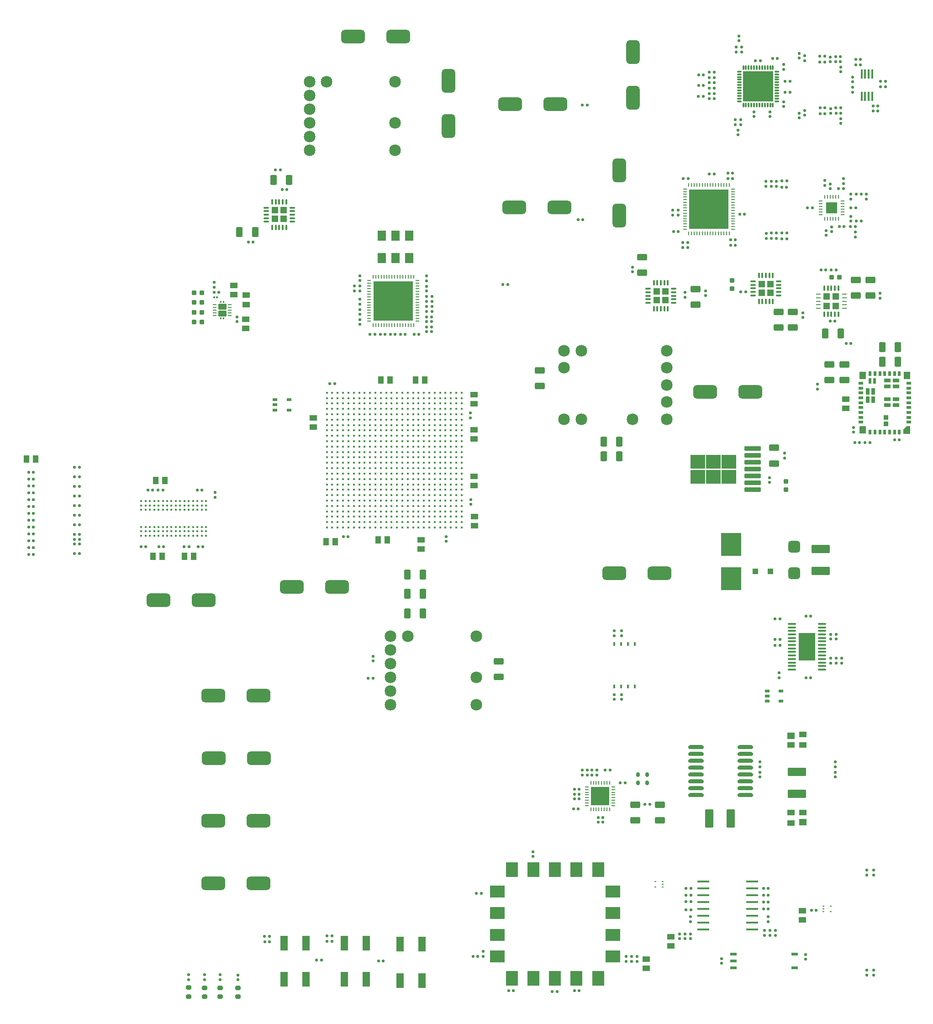
<source format=gbr>
%TF.GenerationSoftware,Altium Limited,Altium Designer,23.11.1 (41)*%
G04 Layer_Color=8421504*
%FSLAX45Y45*%
%MOMM*%
%TF.SameCoordinates,75D3B97C-BFDA-4FAF-9EB3-CC348FD6A853*%
%TF.FilePolarity,Positive*%
%TF.FileFunction,Paste,Top*%
%TF.Part,Single*%
G01*
G75*
%TA.AperFunction,SMDPad,CuDef*%
%ADD11O,1.60000X0.30000*%
G04:AMPARAMS|DCode=12|XSize=0.508mm|YSize=0.508mm|CornerRadius=0.1524mm|HoleSize=0mm|Usage=FLASHONLY|Rotation=90.000|XOffset=0mm|YOffset=0mm|HoleType=Round|Shape=RoundedRectangle|*
%AMROUNDEDRECTD12*
21,1,0.50800,0.20320,0,0,90.0*
21,1,0.20320,0.50800,0,0,90.0*
1,1,0.30480,0.10160,0.10160*
1,1,0.30480,0.10160,-0.10160*
1,1,0.30480,-0.10160,-0.10160*
1,1,0.30480,-0.10160,0.10160*
%
%ADD12ROUNDEDRECTD12*%
G04:AMPARAMS|DCode=13|XSize=0.508mm|YSize=0.508mm|CornerRadius=0.1524mm|HoleSize=0mm|Usage=FLASHONLY|Rotation=0.000|XOffset=0mm|YOffset=0mm|HoleType=Round|Shape=RoundedRectangle|*
%AMROUNDEDRECTD13*
21,1,0.50800,0.20320,0,0,0.0*
21,1,0.20320,0.50800,0,0,0.0*
1,1,0.30480,0.10160,-0.10160*
1,1,0.30480,-0.10160,-0.10160*
1,1,0.30480,-0.10160,0.10160*
1,1,0.30480,0.10160,0.10160*
%
%ADD13ROUNDEDRECTD13*%
G04:AMPARAMS|DCode=15|XSize=1.397mm|YSize=1.0922mm|CornerRadius=0.20206mm|HoleSize=0mm|Usage=FLASHONLY|Rotation=180.000|XOffset=0mm|YOffset=0mm|HoleType=Round|Shape=RoundedRectangle|*
%AMROUNDEDRECTD15*
21,1,1.39700,0.68809,0,0,180.0*
21,1,0.99289,1.09220,0,0,180.0*
1,1,0.40411,-0.49644,0.34404*
1,1,0.40411,0.49644,0.34404*
1,1,0.40411,0.49644,-0.34404*
1,1,0.40411,-0.49644,-0.34404*
%
%ADD15ROUNDEDRECTD15*%
G04:AMPARAMS|DCode=16|XSize=4.4mm|YSize=2.5mm|CornerRadius=0.625mm|HoleSize=0mm|Usage=FLASHONLY|Rotation=0.000|XOffset=0mm|YOffset=0mm|HoleType=Round|Shape=RoundedRectangle|*
%AMROUNDEDRECTD16*
21,1,4.40000,1.25000,0,0,0.0*
21,1,3.15000,2.50000,0,0,0.0*
1,1,1.25000,1.57500,-0.62500*
1,1,1.25000,-1.57500,-0.62500*
1,1,1.25000,-1.57500,0.62500*
1,1,1.25000,1.57500,0.62500*
%
%ADD16ROUNDEDRECTD16*%
G04:AMPARAMS|DCode=17|XSize=1.8034mm|YSize=1.1938mm|CornerRadius=0.20295mm|HoleSize=0mm|Usage=FLASHONLY|Rotation=90.000|XOffset=0mm|YOffset=0mm|HoleType=Round|Shape=RoundedRectangle|*
%AMROUNDEDRECTD17*
21,1,1.80340,0.78791,0,0,90.0*
21,1,1.39751,1.19380,0,0,90.0*
1,1,0.40589,0.39395,0.69875*
1,1,0.40589,0.39395,-0.69875*
1,1,0.40589,-0.39395,-0.69875*
1,1,0.40589,-0.39395,0.69875*
%
%ADD17ROUNDEDRECTD17*%
G04:AMPARAMS|DCode=18|XSize=1.8034mm|YSize=1.1938mm|CornerRadius=0.20295mm|HoleSize=0mm|Usage=FLASHONLY|Rotation=180.000|XOffset=0mm|YOffset=0mm|HoleType=Round|Shape=RoundedRectangle|*
%AMROUNDEDRECTD18*
21,1,1.80340,0.78791,0,0,180.0*
21,1,1.39751,1.19380,0,0,180.0*
1,1,0.40589,-0.69875,0.39395*
1,1,0.40589,0.69875,0.39395*
1,1,0.40589,0.69875,-0.39395*
1,1,0.40589,-0.69875,-0.39395*
%
%ADD18ROUNDEDRECTD18*%
G04:AMPARAMS|DCode=19|XSize=1mm|YSize=0.8mm|CornerRadius=0.2mm|HoleSize=0mm|Usage=FLASHONLY|Rotation=0.000|XOffset=0mm|YOffset=0mm|HoleType=Round|Shape=RoundedRectangle|*
%AMROUNDEDRECTD19*
21,1,1.00000,0.40000,0,0,0.0*
21,1,0.60000,0.80000,0,0,0.0*
1,1,0.40000,0.30000,-0.20000*
1,1,0.40000,-0.30000,-0.20000*
1,1,0.40000,-0.30000,0.20000*
1,1,0.40000,0.30000,0.20000*
%
%ADD19ROUNDEDRECTD19*%
G04:AMPARAMS|DCode=32|XSize=4.4mm|YSize=2.5mm|CornerRadius=0.625mm|HoleSize=0mm|Usage=FLASHONLY|Rotation=270.000|XOffset=0mm|YOffset=0mm|HoleType=Round|Shape=RoundedRectangle|*
%AMROUNDEDRECTD32*
21,1,4.40000,1.25000,0,0,270.0*
21,1,3.15000,2.50000,0,0,270.0*
1,1,1.25000,-0.62500,-1.57500*
1,1,1.25000,-0.62500,1.57500*
1,1,1.25000,0.62500,1.57500*
1,1,1.25000,0.62500,-1.57500*
%
%ADD32ROUNDEDRECTD32*%
%TA.AperFunction,BGAPad,CuDef*%
%ADD33C,2.15900*%
%TA.AperFunction,SMDPad,CuDef*%
G04:AMPARAMS|DCode=35|XSize=2.26mm|YSize=2.16mm|CornerRadius=0.54mm|HoleSize=0mm|Usage=FLASHONLY|Rotation=180.000|XOffset=0mm|YOffset=0mm|HoleType=Round|Shape=RoundedRectangle|*
%AMROUNDEDRECTD35*
21,1,2.26000,1.08000,0,0,180.0*
21,1,1.18000,2.16000,0,0,180.0*
1,1,1.08000,-0.59000,0.54000*
1,1,1.08000,0.59000,0.54000*
1,1,1.08000,0.59000,-0.54000*
1,1,1.08000,-0.59000,-0.54000*
%
%ADD35ROUNDEDRECTD35*%
G04:AMPARAMS|DCode=37|XSize=0.24mm|YSize=0.6mm|CornerRadius=0.0492mm|HoleSize=0mm|Usage=FLASHONLY|Rotation=90.000|XOffset=0mm|YOffset=0mm|HoleType=Round|Shape=RoundedRectangle|*
%AMROUNDEDRECTD37*
21,1,0.24000,0.50160,0,0,90.0*
21,1,0.14160,0.60000,0,0,90.0*
1,1,0.09840,0.25080,0.07080*
1,1,0.09840,0.25080,-0.07080*
1,1,0.09840,-0.25080,-0.07080*
1,1,0.09840,-0.25080,0.07080*
%
%ADD37ROUNDEDRECTD37*%
G04:AMPARAMS|DCode=39|XSize=0.889mm|YSize=0.8636mm|CornerRadius=0.15113mm|HoleSize=0mm|Usage=FLASHONLY|Rotation=0.000|XOffset=0mm|YOffset=0mm|HoleType=Round|Shape=RoundedRectangle|*
%AMROUNDEDRECTD39*
21,1,0.88900,0.56134,0,0,0.0*
21,1,0.58674,0.86360,0,0,0.0*
1,1,0.30226,0.29337,-0.28067*
1,1,0.30226,-0.29337,-0.28067*
1,1,0.30226,-0.29337,0.28067*
1,1,0.30226,0.29337,0.28067*
%
%ADD39ROUNDEDRECTD39*%
%ADD40R,0.30480X0.45720*%
G04:AMPARAMS|DCode=41|XSize=1.397mm|YSize=1.0922mm|CornerRadius=0.20206mm|HoleSize=0mm|Usage=FLASHONLY|Rotation=270.000|XOffset=0mm|YOffset=0mm|HoleType=Round|Shape=RoundedRectangle|*
%AMROUNDEDRECTD41*
21,1,1.39700,0.68809,0,0,270.0*
21,1,0.99289,1.09220,0,0,270.0*
1,1,0.40411,-0.34404,-0.49644*
1,1,0.40411,-0.34404,0.49644*
1,1,0.40411,0.34404,0.49644*
1,1,0.40411,0.34404,-0.49644*
%
%ADD41ROUNDEDRECTD41*%
%TA.AperFunction,BGAPad,CuDef*%
%ADD42C,0.45000*%
%TA.AperFunction,SMDPad,CuDef*%
%ADD43O,0.44999X0.45000*%
G04:AMPARAMS|DCode=44|XSize=0.4mm|YSize=0.7mm|CornerRadius=0.1mm|HoleSize=0mm|Usage=FLASHONLY|Rotation=180.000|XOffset=0mm|YOffset=0mm|HoleType=Round|Shape=RoundedRectangle|*
%AMROUNDEDRECTD44*
21,1,0.40000,0.50000,0,0,180.0*
21,1,0.20000,0.70000,0,0,180.0*
1,1,0.20000,-0.10000,0.25000*
1,1,0.20000,0.10000,0.25000*
1,1,0.20000,0.10000,-0.25000*
1,1,0.20000,-0.10000,-0.25000*
%
%ADD44ROUNDEDRECTD44*%
%ADD48O,0.80000X0.23000*%
%ADD49O,0.23000X0.80000*%
%ADD50R,7.40000X7.40000*%
%ADD51O,0.40000X1.80000*%
%ADD52R,7.40000X7.40000*%
%ADD53R,2.10000X2.10000*%
%ADD54O,0.20000X0.80000*%
%ADD55O,0.80000X0.20000*%
%ADD56O,0.85000X0.28000*%
%ADD57R,5.60000X5.60000*%
%ADD58O,0.28000X0.85000*%
G04:AMPARAMS|DCode=59|XSize=0.889mm|YSize=0.8636mm|CornerRadius=0.15113mm|HoleSize=0mm|Usage=FLASHONLY|Rotation=270.000|XOffset=0mm|YOffset=0mm|HoleType=Round|Shape=RoundedRectangle|*
%AMROUNDEDRECTD59*
21,1,0.88900,0.56134,0,0,270.0*
21,1,0.58674,0.86360,0,0,270.0*
1,1,0.30226,-0.28067,-0.29337*
1,1,0.30226,-0.28067,0.29337*
1,1,0.30226,0.28067,0.29337*
1,1,0.30226,0.28067,-0.29337*
%
%ADD59ROUNDEDRECTD59*%
%ADD60O,2.92100X0.76200*%
%ADD61R,1.40000X1.20000*%
%ADD62R,1.40000X1.00000*%
G04:AMPARAMS|DCode=69|XSize=3.4mm|YSize=3.4mm|CornerRadius=0mm|HoleSize=0mm|Usage=FLASHONLY|Rotation=180.000|XOffset=0mm|YOffset=0mm|HoleType=Round|Shape=RoundedRectangle|*
%AMROUNDEDRECTD69*
21,1,3.40000,3.40000,0,0,180.0*
21,1,3.40000,3.40000,0,0,180.0*
1,1,0.00000,-1.70000,1.70000*
1,1,0.00000,1.70000,1.70000*
1,1,0.00000,1.70000,-1.70000*
1,1,0.00000,-1.70000,-1.70000*
%
%ADD69ROUNDEDRECTD69*%
%ADD70R,0.25000X0.80000*%
%ADD71R,0.80000X0.25000*%
G04:AMPARAMS|DCode=74|XSize=3.06mm|YSize=0.89mm|CornerRadius=0.2225mm|HoleSize=0mm|Usage=FLASHONLY|Rotation=180.000|XOffset=0mm|YOffset=0mm|HoleType=Round|Shape=RoundedRectangle|*
%AMROUNDEDRECTD74*
21,1,3.06000,0.44500,0,0,180.0*
21,1,2.61500,0.89000,0,0,180.0*
1,1,0.44500,-1.30750,0.22250*
1,1,0.44500,1.30750,0.22250*
1,1,0.44500,1.30750,-0.22250*
1,1,0.44500,-1.30750,-0.22250*
%
%ADD74ROUNDEDRECTD74*%
%ADD78R,3.81000X4.24180*%
%TA.AperFunction,NonConductor*%
%ADD123R,3.09997X5.16001*%
%ADD209R,1.23998X1.47000*%
%ADD210R,1.28001X0.80000*%
%ADD211R,0.73000X1.28001*%
%ADD212R,0.85004X0.84999*%
%ADD213R,0.50002X1.03998*%
%ADD214R,1.29997X1.29997*%
%ADD215R,1.29997X1.30002*%
%ADD216R,1.30002X1.30002*%
%ADD217R,1.30002X1.29997*%
%ADD218R,2.71003X2.57500*%
%ADD219R,2.70998X2.57500*%
%TA.AperFunction,SMDPad,CuDef*%
%ADD220R,1.35000X2.70000*%
%ADD221R,0.90000X0.55000*%
%ADD222R,0.55000X0.90000*%
G04:AMPARAMS|DCode=223|XSize=0.3mm|YSize=0.95mm|CornerRadius=0.0625mm|HoleSize=0mm|Usage=FLASHONLY|Rotation=90.000|XOffset=0mm|YOffset=0mm|HoleType=Round|Shape=RoundedRectangle|*
%AMROUNDEDRECTD223*
21,1,0.30000,0.82500,0,0,90.0*
21,1,0.17500,0.95000,0,0,90.0*
1,1,0.12499,0.41250,0.08750*
1,1,0.12499,0.41250,-0.08750*
1,1,0.12499,-0.41250,-0.08750*
1,1,0.12499,-0.41250,0.08750*
%
%ADD223ROUNDEDRECTD223*%
G04:AMPARAMS|DCode=224|XSize=0.3mm|YSize=0.95mm|CornerRadius=0.0625mm|HoleSize=0mm|Usage=FLASHONLY|Rotation=0.000|XOffset=0mm|YOffset=0mm|HoleType=Round|Shape=RoundedRectangle|*
%AMROUNDEDRECTD224*
21,1,0.30000,0.82500,0,0,0.0*
21,1,0.17500,0.95000,0,0,0.0*
1,1,0.12499,0.08750,-0.41250*
1,1,0.12499,-0.08750,-0.41250*
1,1,0.12499,-0.08750,0.41250*
1,1,0.12499,0.08750,0.41250*
%
%ADD224ROUNDEDRECTD224*%
%ADD225R,0.95000X0.50000*%
%ADD226R,1.50000X1.90000*%
G04:AMPARAMS|DCode=227|XSize=0.9mm|YSize=0.25mm|CornerRadius=0.05mm|HoleSize=0mm|Usage=FLASHONLY|Rotation=180.000|XOffset=0mm|YOffset=0mm|HoleType=Round|Shape=RoundedRectangle|*
%AMROUNDEDRECTD227*
21,1,0.90000,0.15000,0,0,180.0*
21,1,0.80000,0.25000,0,0,180.0*
1,1,0.10000,-0.40000,0.07500*
1,1,0.10000,0.40000,0.07500*
1,1,0.10000,0.40000,-0.07500*
1,1,0.10000,-0.40000,-0.07500*
%
%ADD227ROUNDEDRECTD227*%
G04:AMPARAMS|DCode=228|XSize=0.25mm|YSize=0.4mm|CornerRadius=0.05mm|HoleSize=0mm|Usage=FLASHONLY|Rotation=90.000|XOffset=0mm|YOffset=0mm|HoleType=Round|Shape=RoundedRectangle|*
%AMROUNDEDRECTD228*
21,1,0.25000,0.30000,0,0,90.0*
21,1,0.15000,0.40000,0,0,90.0*
1,1,0.10000,0.15000,0.07500*
1,1,0.10000,0.15000,-0.07500*
1,1,0.10000,-0.15000,-0.07500*
1,1,0.10000,-0.15000,0.07500*
%
%ADD228ROUNDEDRECTD228*%
%ADD229R,2.25000X2.75000*%
%ADD230R,2.75000X2.25000*%
%ADD231R,1.28000X0.50000*%
G04:AMPARAMS|DCode=232|XSize=1.55mm|YSize=3.45mm|CornerRadius=0.175mm|HoleSize=0mm|Usage=FLASHONLY|Rotation=180.000|XOffset=0mm|YOffset=0mm|HoleType=Round|Shape=RoundedRectangle|*
%AMROUNDEDRECTD232*
21,1,1.55000,3.10000,0,0,180.0*
21,1,1.20000,3.45000,0,0,180.0*
1,1,0.35000,-0.60000,1.55000*
1,1,0.35000,0.60000,1.55000*
1,1,0.35000,0.60000,-1.55000*
1,1,0.35000,-0.60000,-1.55000*
%
%ADD232ROUNDEDRECTD232*%
G04:AMPARAMS|DCode=233|XSize=1.55mm|YSize=3.45mm|CornerRadius=0.175mm|HoleSize=0mm|Usage=FLASHONLY|Rotation=270.000|XOffset=0mm|YOffset=0mm|HoleType=Round|Shape=RoundedRectangle|*
%AMROUNDEDRECTD233*
21,1,1.55000,3.10000,0,0,270.0*
21,1,1.20000,3.45000,0,0,270.0*
1,1,0.35000,-1.55000,-0.60000*
1,1,0.35000,-1.55000,0.60000*
1,1,0.35000,1.55000,0.60000*
1,1,0.35000,1.55000,-0.60000*
%
%ADD233ROUNDEDRECTD233*%
G04:AMPARAMS|DCode=234|XSize=0.6mm|YSize=0.8mm|CornerRadius=0.1375mm|HoleSize=0mm|Usage=FLASHONLY|Rotation=180.000|XOffset=0mm|YOffset=0mm|HoleType=Round|Shape=RoundedRectangle|*
%AMROUNDEDRECTD234*
21,1,0.60000,0.52500,0,0,180.0*
21,1,0.32500,0.80000,0,0,180.0*
1,1,0.27500,-0.16250,0.26250*
1,1,0.27500,0.16250,0.26250*
1,1,0.27500,0.16250,-0.26250*
1,1,0.27500,-0.16250,-0.26250*
%
%ADD234ROUNDEDRECTD234*%
%ADD235R,2.19900X0.45900*%
G04:AMPARAMS|DCode=236|XSize=1.1mm|YSize=1.1mm|CornerRadius=0.13mm|HoleSize=0mm|Usage=FLASHONLY|Rotation=270.000|XOffset=0mm|YOffset=0mm|HoleType=Round|Shape=RoundedRectangle|*
%AMROUNDEDRECTD236*
21,1,1.10000,0.84000,0,0,270.0*
21,1,0.84000,1.10000,0,0,270.0*
1,1,0.26000,-0.42000,-0.42000*
1,1,0.26000,-0.42000,0.42000*
1,1,0.26000,0.42000,0.42000*
1,1,0.26000,0.42000,-0.42000*
%
%ADD236ROUNDEDRECTD236*%
G04:AMPARAMS|DCode=237|XSize=1.1mm|YSize=1.1mm|CornerRadius=0.25mm|HoleSize=0mm|Usage=FLASHONLY|Rotation=270.000|XOffset=0mm|YOffset=0mm|HoleType=Round|Shape=RoundedRectangle|*
%AMROUNDEDRECTD237*
21,1,1.10000,0.60000,0,0,270.0*
21,1,0.60000,1.10000,0,0,270.0*
1,1,0.50000,-0.30000,-0.30000*
1,1,0.50000,-0.30000,0.30000*
1,1,0.50000,0.30000,0.30000*
1,1,0.50000,0.30000,-0.30000*
%
%ADD237ROUNDEDRECTD237*%
G36*
X6856126Y13951799D02*
X6871121Y13951794D01*
X6871123Y13951794D01*
X6872118Y13951797D01*
X6873957Y13951039D01*
X6875365Y13949634D01*
X6876128Y13947797D01*
Y13946802D01*
X6876133Y13922807D01*
X6876133Y13922807D01*
X6876134Y13921809D01*
X6875372Y13919966D01*
X6873961Y13918555D01*
X6872118Y13917792D01*
X6871120Y13917793D01*
X6856120Y13917793D01*
X6856120Y13917795D01*
X6855125Y13917796D01*
X6853289Y13918562D01*
X6851883Y13919971D01*
X6851123Y13921809D01*
X6851123Y13922804D01*
X6851124Y13946799D01*
X6851124D01*
X6851124Y13947794D01*
X6851885Y13949631D01*
X6853293Y13951038D01*
X6855131Y13951799D01*
X6856126Y13951799D01*
D02*
G37*
G36*
X6806126D02*
X6821121Y13951794D01*
X6821123Y13951794D01*
X6822117Y13951797D01*
X6823957Y13951039D01*
X6825365Y13949634D01*
X6826127Y13947797D01*
Y13946802D01*
X6826133Y13922807D01*
X6826132Y13922807D01*
X6826134Y13921809D01*
X6825372Y13919966D01*
X6823961Y13918555D01*
X6822117Y13917792D01*
X6821120Y13917793D01*
X6806119Y13917793D01*
X6806120Y13917795D01*
X6805125Y13917796D01*
X6803288Y13918562D01*
X6801883Y13919971D01*
X6801123Y13921809D01*
X6801122Y13922804D01*
X6801124Y13946799D01*
X6801124D01*
X6801124Y13947794D01*
X6801885Y13949631D01*
X6803292Y13951038D01*
X6805131Y13951799D01*
X6806126Y13951799D01*
D02*
G37*
G36*
X6903614Y13897803D02*
X6905602Y13897803D01*
X6909277Y13896283D01*
X6912090Y13893472D01*
X6913613Y13889799D01*
X6913614Y13887811D01*
X6913617Y13801790D01*
X6913616Y13801790D01*
X6913615Y13799803D01*
X6912094Y13796132D01*
X6909284Y13793323D01*
X6905613Y13791800D01*
X6903626Y13791798D01*
X6773621Y13791794D01*
X6773620Y13791794D01*
X6771631Y13791795D01*
X6767956Y13793317D01*
X6765143Y13796130D01*
X6763621Y13799806D01*
X6763620Y13801794D01*
X6763617Y13887790D01*
Y13887788D01*
X6763615Y13889780D01*
X6765136Y13893462D01*
X6767952Y13896277D01*
X6771632Y13897800D01*
X6773623Y13897797D01*
X6903614Y13897803D01*
X6903614Y13897803D01*
D02*
G37*
G36*
X6903627Y13771799D02*
X6905616Y13771799D01*
X6909291Y13770276D01*
X6912104Y13767464D01*
X6913626Y13763788D01*
X6913627Y13761798D01*
X6913630Y13675803D01*
X6913630Y13675804D01*
X6913632Y13673813D01*
X6912111Y13670132D01*
X6909295Y13667316D01*
X6905615Y13665793D01*
X6903623Y13665796D01*
X6773633Y13665790D01*
X6773633Y13665791D01*
X6771645Y13665790D01*
X6767970Y13667310D01*
X6765157Y13670120D01*
X6763634Y13673795D01*
X6763633Y13675781D01*
X6763631Y13761803D01*
X6763631D01*
X6763632Y13763789D01*
X6765153Y13767461D01*
X6767963Y13770271D01*
X6771634Y13771793D01*
X6773621Y13771794D01*
X6903626Y13771799D01*
X6903627Y13771799D01*
D02*
G37*
G36*
X6856127Y13645799D02*
X6871128Y13645799D01*
X6871127Y13645798D01*
X6872122Y13645796D01*
X6873959Y13645030D01*
X6875364Y13643622D01*
X6876124Y13641783D01*
X6876125Y13640788D01*
X6876124Y13616795D01*
X6876123Y13616795D01*
X6876123Y13615800D01*
X6875362Y13613962D01*
X6873955Y13612555D01*
X6872116Y13611794D01*
X6871121Y13611794D01*
X6856126Y13611800D01*
X6856124Y13611800D01*
X6855130Y13611797D01*
X6853290Y13612553D01*
X6851882Y13613959D01*
X6851120Y13615797D01*
Y13616791D01*
X6851115Y13640787D01*
Y13640787D01*
X6851113Y13641783D01*
X6851875Y13643626D01*
X6853286Y13645038D01*
X6855130Y13645801D01*
X6856127Y13645799D01*
D02*
G37*
G36*
X6806127D02*
X6821128Y13645799D01*
X6821127Y13645798D01*
X6822122Y13645796D01*
X6823958Y13645030D01*
X6825364Y13643622D01*
X6826124Y13641783D01*
X6826124Y13640788D01*
X6826123Y13616795D01*
X6826122Y13616795D01*
X6826123Y13615800D01*
X6825362Y13613962D01*
X6823954Y13612555D01*
X6822116Y13611794D01*
X6821121Y13611794D01*
X6806126Y13611800D01*
X6806124Y13611800D01*
X6805129Y13611797D01*
X6803290Y13612553D01*
X6801882Y13613959D01*
X6801119Y13615797D01*
Y13616791D01*
X6801114Y13640787D01*
Y13640787D01*
X6801113Y13641783D01*
X6801875Y13643626D01*
X6803286Y13645038D01*
X6805129Y13645801D01*
X6806127Y13645799D01*
D02*
G37*
G36*
X19591190Y11485759D02*
X19467189D01*
Y11563759D01*
Y11573759D01*
X19519189Y11632759D01*
X19591190D01*
Y11485759D01*
D02*
G37*
G36*
X13994296Y4832196D02*
X13907297D01*
Y4919196D01*
X13994296D01*
Y4832196D01*
D02*
G37*
G36*
X13887296D02*
X13800296D01*
Y4919196D01*
X13887296D01*
Y4832196D01*
D02*
G37*
G36*
X13780296D02*
X13693295D01*
Y4919196D01*
X13780296D01*
Y4832196D01*
D02*
G37*
G36*
X13994296Y4725196D02*
X13907297D01*
Y4812196D01*
X13994296D01*
Y4725196D01*
D02*
G37*
G36*
X13887296D02*
X13800296D01*
Y4812196D01*
X13887296D01*
Y4725196D01*
D02*
G37*
G36*
X13780296D02*
X13693295D01*
Y4812196D01*
X13780296D01*
Y4725196D01*
D02*
G37*
G36*
X13994296Y4618196D02*
X13907297D01*
Y4705196D01*
X13994296D01*
Y4618196D01*
D02*
G37*
G36*
X13887296D02*
X13800296D01*
Y4705196D01*
X13887296D01*
Y4618196D01*
D02*
G37*
G36*
X13780296D02*
X13693295D01*
Y4705196D01*
X13780296D01*
Y4618196D01*
D02*
G37*
D11*
X17395589Y7963337D02*
D03*
Y7898339D02*
D03*
Y7833335D02*
D03*
Y7768337D02*
D03*
Y7703338D02*
D03*
Y7638339D02*
D03*
Y7573336D02*
D03*
Y7508337D02*
D03*
Y7443338D02*
D03*
Y7378340D02*
D03*
Y7313336D02*
D03*
Y7248338D02*
D03*
Y7183339D02*
D03*
Y7118335D02*
D03*
X17955591Y7963337D02*
D03*
Y7898339D02*
D03*
Y7833335D02*
D03*
Y7768337D02*
D03*
Y7703338D02*
D03*
Y7638339D02*
D03*
Y7573336D02*
D03*
Y7508337D02*
D03*
Y7443338D02*
D03*
Y7378340D02*
D03*
Y7313336D02*
D03*
Y7248338D02*
D03*
Y7183339D02*
D03*
Y7118335D02*
D03*
D12*
X17655540Y8108638D02*
D03*
X17744440D02*
D03*
X17655540Y6965638D02*
D03*
X17744440D02*
D03*
X17172940Y8057838D02*
D03*
X17084039D02*
D03*
X17172940Y7676838D02*
D03*
X17084039D02*
D03*
Y7562538D02*
D03*
X17172940D02*
D03*
X7321448Y15044241D02*
D03*
X7410348D02*
D03*
X18104544Y13574355D02*
D03*
X18193443D02*
D03*
X8035290Y16012003D02*
D03*
X7946390D02*
D03*
X16722090Y18399760D02*
D03*
X16810989D02*
D03*
X17039590Y18441919D02*
D03*
X17128490D02*
D03*
X7912389Y16383437D02*
D03*
X7823489D02*
D03*
X18490936Y13166417D02*
D03*
X18402037D02*
D03*
X13347701Y4536283D02*
D03*
X13436600D02*
D03*
X6772684Y14107858D02*
D03*
X6683784D02*
D03*
X6370752Y10445804D02*
D03*
X6459652D02*
D03*
X5418252Y9391701D02*
D03*
X5329352D02*
D03*
X6129452Y9391704D02*
D03*
X6218352D02*
D03*
X6478701Y9391705D02*
D03*
X6389801D02*
D03*
X5659550Y9391701D02*
D03*
X5748450D02*
D03*
X3335450Y9760001D02*
D03*
X3246550D02*
D03*
X3335450Y9887001D02*
D03*
X3246550D02*
D03*
X3335450Y9379001D02*
D03*
X3246550D02*
D03*
X3335450Y9252001D02*
D03*
X3246550D02*
D03*
X3335450Y9633001D02*
D03*
X3246550D02*
D03*
X3246551Y9506002D02*
D03*
X3335451D02*
D03*
X3335450Y10268001D02*
D03*
X3246550D02*
D03*
X3335450Y10522001D02*
D03*
X3246550D02*
D03*
Y10395001D02*
D03*
X3335450D02*
D03*
Y10776001D02*
D03*
X3246550D02*
D03*
X3335450Y10649001D02*
D03*
X3246550D02*
D03*
X3335450Y10141001D02*
D03*
X3246550D02*
D03*
X3335450Y10014001D02*
D03*
X3246550D02*
D03*
X4186350Y9531401D02*
D03*
X4097450D02*
D03*
X4186350Y9798101D02*
D03*
X4097450D02*
D03*
X4186350Y9975901D02*
D03*
X4097450D02*
D03*
X4186350Y9442501D02*
D03*
X4097450D02*
D03*
Y10153701D02*
D03*
X4186350D02*
D03*
Y10509301D02*
D03*
X4097450D02*
D03*
X4186350Y9264701D02*
D03*
X4097450D02*
D03*
X4188282Y10864944D02*
D03*
X4099382D02*
D03*
X4097450Y10687101D02*
D03*
X4186350D02*
D03*
X4097450Y10331501D02*
D03*
X4186350D02*
D03*
Y9620301D02*
D03*
X4097450D02*
D03*
X5456352Y10445804D02*
D03*
X5545252D02*
D03*
X5646850D02*
D03*
X5735750D02*
D03*
X8920911Y12416842D02*
D03*
X8832011D02*
D03*
X9081926Y9584527D02*
D03*
X9170826D02*
D03*
X9630415Y6958782D02*
D03*
X9541515D02*
D03*
X9665985Y13330779D02*
D03*
X9577085D02*
D03*
X12127230Y14257021D02*
D03*
X12038330D02*
D03*
X18027386Y14528897D02*
D03*
X17938487D02*
D03*
X18217886D02*
D03*
X18128987D02*
D03*
X18653638Y11322759D02*
D03*
X18564738D02*
D03*
X18844138D02*
D03*
X18755238D02*
D03*
X19300287Y11377369D02*
D03*
X19389188D02*
D03*
X8782049Y2080263D02*
D03*
X8870949D02*
D03*
X8782049Y2181860D02*
D03*
X8870949D02*
D03*
X7623809Y2075183D02*
D03*
X7712709D02*
D03*
X7621269Y2176780D02*
D03*
X7710169D02*
D03*
X8586469Y1732283D02*
D03*
X8675369D02*
D03*
X9732009Y1714503D02*
D03*
X9820909D02*
D03*
X10481325Y13330779D02*
D03*
X10392425D02*
D03*
X10141041D02*
D03*
X10229941D02*
D03*
X9765071D02*
D03*
X9853971D02*
D03*
X10041956D02*
D03*
X9953056D02*
D03*
X17362170Y18023840D02*
D03*
X17273270D02*
D03*
X17359630Y17820641D02*
D03*
X17270731D02*
D03*
X18667731Y18428902D02*
D03*
X18578830D02*
D03*
X18581371Y18329816D02*
D03*
X18670270D02*
D03*
X18903951Y17470119D02*
D03*
X18992850D02*
D03*
X19131915Y18018784D02*
D03*
X19043016D02*
D03*
X19132550Y17919699D02*
D03*
X19043649D02*
D03*
X18992850Y17569180D02*
D03*
X18903951D02*
D03*
X18581461Y15674339D02*
D03*
X18492561D02*
D03*
X17776190D02*
D03*
X17687289D02*
D03*
X16429265Y15557574D02*
D03*
X16518166D02*
D03*
X15289992Y15234920D02*
D03*
X15201093D02*
D03*
X16347440Y15082520D02*
D03*
X16258540D02*
D03*
X16348711Y14983435D02*
D03*
X16259810D02*
D03*
X16300450Y16321063D02*
D03*
X16211549D02*
D03*
X15867767Y16304691D02*
D03*
X15956668D02*
D03*
X16297910Y16221979D02*
D03*
X16209010D02*
D03*
X13434566Y15458440D02*
D03*
X13523465D02*
D03*
X15383510Y16221979D02*
D03*
X15472411D02*
D03*
X15375890Y15035205D02*
D03*
X15464790D02*
D03*
X15375890Y14936119D02*
D03*
X15464790D02*
D03*
X18263327Y16029877D02*
D03*
X18352226D02*
D03*
X18591647Y15927342D02*
D03*
X18680547D02*
D03*
X18591647Y15430501D02*
D03*
X18680547D02*
D03*
X18481039Y15325604D02*
D03*
X18569940D02*
D03*
X18274757D02*
D03*
X18363657D02*
D03*
X17211148Y15214046D02*
D03*
X17300047D02*
D03*
X17211148Y15101166D02*
D03*
X17300047D02*
D03*
X17018214Y15207146D02*
D03*
X17107115D02*
D03*
X17018214Y15108061D02*
D03*
X17107115D02*
D03*
X17211981Y16175023D02*
D03*
X17300880D02*
D03*
X17210632Y16062140D02*
D03*
X17299532D02*
D03*
X17017693Y16071655D02*
D03*
X17106593D02*
D03*
X17017693Y16170741D02*
D03*
X17106593D02*
D03*
X17916064Y18488445D02*
D03*
X18004965D02*
D03*
X17916064Y18375415D02*
D03*
X18004965D02*
D03*
X18208084Y18384067D02*
D03*
X18296983D02*
D03*
X18208084Y18483363D02*
D03*
X18296983D02*
D03*
X15865662Y17895798D02*
D03*
X15954561D02*
D03*
X15865057Y17697626D02*
D03*
X15953957D02*
D03*
X15866280Y17994882D02*
D03*
X15955179D02*
D03*
X15865057Y17796712D02*
D03*
X15953957D02*
D03*
X15866895Y18093968D02*
D03*
X15955795D02*
D03*
X15866280Y18193053D02*
D03*
X15955179D02*
D03*
X17918607Y17532004D02*
D03*
X18007506D02*
D03*
X18213933Y17529222D02*
D03*
X18302834D02*
D03*
X17918605Y17419031D02*
D03*
X18007504D02*
D03*
X18214703Y17430136D02*
D03*
X18303604D02*
D03*
X15666457Y18139200D02*
D03*
X15755356D02*
D03*
X15665839Y17946913D02*
D03*
X15754738D02*
D03*
X15664616Y17745081D02*
D03*
X15753516D02*
D03*
X12147550Y1165860D02*
D03*
X12236450D02*
D03*
X12952730Y1150620D02*
D03*
X13041631D02*
D03*
X11487150Y1803400D02*
D03*
X11576050D02*
D03*
X17849850Y2654300D02*
D03*
X17760950D02*
D03*
X13362939Y1163320D02*
D03*
X13451840D02*
D03*
X15436850Y3060700D02*
D03*
X15525751D02*
D03*
X15436850Y2933700D02*
D03*
X15525751D02*
D03*
X15436850Y2819400D02*
D03*
X15525751D02*
D03*
X15436850Y2667000D02*
D03*
X15525751D02*
D03*
X16871950Y3060700D02*
D03*
X16960851D02*
D03*
X16871950Y2933700D02*
D03*
X16960851D02*
D03*
X16871950Y2806700D02*
D03*
X16960851D02*
D03*
X16871950Y2679700D02*
D03*
X16960851D02*
D03*
X14674849Y4622800D02*
D03*
X14763750D02*
D03*
X14027150Y5257799D02*
D03*
X13938251D02*
D03*
X13451840Y4806196D02*
D03*
X13362939D02*
D03*
Y4895096D02*
D03*
X13451840D02*
D03*
X14306551Y5016499D02*
D03*
X14217650D02*
D03*
X13362939Y4717296D02*
D03*
X13451840D02*
D03*
X16538608Y14118062D02*
D03*
X16449709D02*
D03*
X11639550Y2971800D02*
D03*
X11550650D02*
D03*
X13601184Y17577727D02*
D03*
X13512283D02*
D03*
D13*
X18322290Y7327588D02*
D03*
Y7238688D02*
D03*
X18220689Y7772088D02*
D03*
Y7683188D02*
D03*
Y7327588D02*
D03*
Y7238688D02*
D03*
X18119090Y7772088D02*
D03*
Y7683188D02*
D03*
Y7238688D02*
D03*
Y7327588D02*
D03*
X17156503Y7053943D02*
D03*
Y6965043D02*
D03*
X18538205Y11605209D02*
D03*
Y11516309D02*
D03*
X7106258Y13567348D02*
D03*
Y13656247D02*
D03*
X15419395Y14108057D02*
D03*
Y14019157D02*
D03*
X17244060Y18332449D02*
D03*
Y18243550D02*
D03*
X15793719Y14139453D02*
D03*
Y14050552D02*
D03*
X17259274Y11039232D02*
D03*
Y11128132D02*
D03*
X17872588Y12319709D02*
D03*
Y12408609D02*
D03*
X6684002Y14206944D02*
D03*
Y14295844D02*
D03*
X6707300Y10312451D02*
D03*
Y10401351D02*
D03*
X11439736Y11873282D02*
D03*
Y11784382D02*
D03*
X11441861Y10269272D02*
D03*
Y10180372D02*
D03*
X10991011Y9584648D02*
D03*
Y9495748D02*
D03*
X9630415Y7366452D02*
D03*
Y7277552D02*
D03*
X14442232Y14490471D02*
D03*
Y14579372D02*
D03*
X19032291Y14000880D02*
D03*
Y14089781D02*
D03*
X14237180Y7833589D02*
D03*
Y7744689D02*
D03*
X14107637Y6566129D02*
D03*
Y6655029D02*
D03*
Y7744494D02*
D03*
Y7833394D02*
D03*
X14242261Y6655223D02*
D03*
Y6566323D02*
D03*
X10718815Y13568269D02*
D03*
Y13657169D02*
D03*
Y13380309D02*
D03*
Y13469209D02*
D03*
X9286255Y14226129D02*
D03*
Y14137228D02*
D03*
X10619755Y13944189D02*
D03*
Y14033089D02*
D03*
X10721355Y13944189D02*
D03*
Y14033089D02*
D03*
X10619755Y13756229D02*
D03*
Y13845129D02*
D03*
X10721355Y13756229D02*
D03*
Y13845129D02*
D03*
X10619755Y13380309D02*
D03*
Y13469209D02*
D03*
Y13568269D02*
D03*
Y13657169D02*
D03*
X9390395Y14228642D02*
D03*
Y14139743D02*
D03*
X10622295Y14411549D02*
D03*
Y14322649D02*
D03*
X10619755Y14223563D02*
D03*
Y14134663D02*
D03*
X9390395Y13514929D02*
D03*
Y13603828D02*
D03*
Y13702888D02*
D03*
Y13791789D02*
D03*
X9391665Y14416629D02*
D03*
Y14327728D02*
D03*
X9390395Y13890849D02*
D03*
Y13979749D02*
D03*
X17242899Y17552670D02*
D03*
Y17641570D02*
D03*
X18524220Y18098770D02*
D03*
Y18009869D02*
D03*
X18524219Y17821910D02*
D03*
Y17910809D02*
D03*
X18008575Y16094710D02*
D03*
Y16183611D02*
D03*
X18033975Y15253970D02*
D03*
Y15165070D02*
D03*
X18107660Y16029877D02*
D03*
Y16118776D02*
D03*
X18133060Y15236189D02*
D03*
Y15325090D02*
D03*
X15289992Y15543530D02*
D03*
Y15632430D02*
D03*
X15190907Y15543530D02*
D03*
Y15632430D02*
D03*
X16695421Y17366248D02*
D03*
Y17455147D02*
D03*
X16990764Y17366248D02*
D03*
Y17455147D02*
D03*
X18353897Y16128961D02*
D03*
Y16217860D02*
D03*
X18492561Y15839729D02*
D03*
Y15928629D02*
D03*
X18779633Y15927342D02*
D03*
Y15838441D02*
D03*
X18492561Y15519402D02*
D03*
Y15430501D02*
D03*
X18569940Y15226518D02*
D03*
Y15137617D02*
D03*
X16919130Y15202592D02*
D03*
Y15113693D02*
D03*
X16918608Y16166103D02*
D03*
Y16077202D02*
D03*
X18301028Y17331052D02*
D03*
Y17242151D02*
D03*
X18301065Y18284982D02*
D03*
Y18196082D02*
D03*
X17634171Y17393631D02*
D03*
Y17482532D02*
D03*
X17534909Y17343634D02*
D03*
Y17432533D02*
D03*
X18108998Y18384303D02*
D03*
Y18473203D02*
D03*
X18114848Y17429123D02*
D03*
Y17518024D02*
D03*
X17631630Y18492834D02*
D03*
Y18403935D02*
D03*
X17532368Y18542838D02*
D03*
Y18453937D02*
D03*
X16397842Y17028711D02*
D03*
Y17117612D02*
D03*
X16411322Y18861591D02*
D03*
Y18772690D02*
D03*
X16364984Y18655009D02*
D03*
Y18566110D02*
D03*
X16464983Y18655009D02*
D03*
Y18566110D02*
D03*
X16449092Y17218239D02*
D03*
Y17307140D02*
D03*
X16350006Y17218239D02*
D03*
Y17307140D02*
D03*
X18199100Y5403850D02*
D03*
Y5314950D02*
D03*
X18199101Y5124450D02*
D03*
Y5213350D02*
D03*
X12598400Y3740150D02*
D03*
Y3651250D02*
D03*
X11671300Y1892300D02*
D03*
Y1803400D02*
D03*
X14528799Y1708150D02*
D03*
Y1797050D02*
D03*
X14427200D02*
D03*
Y1708150D02*
D03*
X14325600D02*
D03*
Y1797050D02*
D03*
X15417799Y2127250D02*
D03*
Y2216150D02*
D03*
X15519400D02*
D03*
Y2127250D02*
D03*
X15316200D02*
D03*
Y2216150D02*
D03*
X17653000Y1835150D02*
D03*
Y1746250D02*
D03*
X17094200Y2190750D02*
D03*
Y2279650D02*
D03*
X16992599Y2190750D02*
D03*
Y2279650D02*
D03*
X16090900Y1758950D02*
D03*
Y1670050D02*
D03*
X16891000Y2279650D02*
D03*
Y2190750D02*
D03*
X18910300Y3397250D02*
D03*
Y3308350D02*
D03*
X18783299D02*
D03*
Y3397250D02*
D03*
X15519400Y2444750D02*
D03*
Y2533650D02*
D03*
X16954500Y2444750D02*
D03*
Y2533650D02*
D03*
X18783299Y1454150D02*
D03*
Y1543050D02*
D03*
X18910300D02*
D03*
Y1454150D02*
D03*
X13690601Y5251450D02*
D03*
Y5162550D02*
D03*
X13601701D02*
D03*
Y5251450D02*
D03*
X13779501Y5162550D02*
D03*
Y5251450D02*
D03*
X13512801D02*
D03*
Y5162550D02*
D03*
X13804900Y4375150D02*
D03*
Y4286250D02*
D03*
X13893799D02*
D03*
Y4375150D02*
D03*
X16802100Y5124450D02*
D03*
Y5213350D02*
D03*
X16802101Y5403850D02*
D03*
Y5314950D02*
D03*
X17601167Y13732455D02*
D03*
Y13643556D02*
D03*
X16979900Y10674349D02*
D03*
Y10585449D02*
D03*
X6799580Y1371600D02*
D03*
Y1460500D02*
D03*
X7127240Y1366520D02*
D03*
Y1455420D02*
D03*
X6215379Y1369060D02*
D03*
Y1457960D02*
D03*
X6507480Y1369060D02*
D03*
Y1457960D02*
D03*
D15*
X7272019Y13440411D02*
D03*
Y13610591D02*
D03*
X7282823Y14059598D02*
D03*
Y13879259D02*
D03*
X18393288Y12131749D02*
D03*
Y11961569D02*
D03*
X7049117Y14068463D02*
D03*
Y14238643D02*
D03*
X8520695Y11610392D02*
D03*
Y11780572D02*
D03*
X11504506Y11394492D02*
D03*
Y11564672D02*
D03*
X11505361Y10698532D02*
D03*
Y10528352D02*
D03*
X11510441Y9786672D02*
D03*
Y9956852D02*
D03*
X10525100Y9520771D02*
D03*
Y9350591D02*
D03*
X11504506Y12042192D02*
D03*
Y12212372D02*
D03*
X14693900Y1578610D02*
D03*
Y1748790D02*
D03*
X15151100Y1997710D02*
D03*
Y2167890D02*
D03*
X17589500Y2480310D02*
D03*
Y2650490D02*
D03*
D16*
X6671655Y6637545D02*
D03*
X7511654D02*
D03*
Y4313445D02*
D03*
X6671655D02*
D03*
X7511654Y3157745D02*
D03*
X6671655D02*
D03*
X6677492Y5471809D02*
D03*
X7517490D02*
D03*
X12170631Y17595506D02*
D03*
X13010634D02*
D03*
X8968642Y8650370D02*
D03*
X8128639D02*
D03*
X6491401Y8401102D02*
D03*
X5651402D02*
D03*
X9260159Y18849026D02*
D03*
X10100157D02*
D03*
X14942821Y8905240D02*
D03*
X14102821D02*
D03*
X15788091Y12265363D02*
D03*
X16628094D02*
D03*
X12247427Y15687041D02*
D03*
X13087431D02*
D03*
D17*
X14195621Y11069602D02*
D03*
X13906061D02*
D03*
X8076450Y16193639D02*
D03*
X7786890D02*
D03*
X18301186Y13351286D02*
D03*
X18011626D02*
D03*
X10268381Y8876082D02*
D03*
X10557941D02*
D03*
X10265841Y8162342D02*
D03*
X10555401D02*
D03*
X10268381Y8520482D02*
D03*
X10557941D02*
D03*
X7446325Y15226576D02*
D03*
X7156765D02*
D03*
X14195621Y11344602D02*
D03*
X13906061D02*
D03*
X19362846Y12827292D02*
D03*
X19073286D02*
D03*
X19362846Y13091476D02*
D03*
X19073286D02*
D03*
D18*
X18586470Y14050970D02*
D03*
Y14340530D02*
D03*
X18850655Y14053535D02*
D03*
Y14343095D02*
D03*
X11962161Y7268662D02*
D03*
Y6979102D02*
D03*
X12725840Y12664381D02*
D03*
Y12374821D02*
D03*
X15609621Y14173387D02*
D03*
Y13883827D02*
D03*
X18367888Y12483114D02*
D03*
Y12772674D02*
D03*
X18089621Y12483513D02*
D03*
Y12773073D02*
D03*
X14623866Y14764790D02*
D03*
Y14475230D02*
D03*
X14947900Y4615180D02*
D03*
Y4325620D02*
D03*
X14490701Y4615180D02*
D03*
Y4325620D02*
D03*
X17417377Y13458134D02*
D03*
Y13747694D02*
D03*
X17151529Y13457388D02*
D03*
Y13746948D02*
D03*
X17069296Y10939219D02*
D03*
Y11228779D02*
D03*
D19*
X7127239Y1217879D02*
D03*
Y1052880D02*
D03*
X6799579Y1217879D02*
D03*
Y1052880D02*
D03*
X6507479Y1217879D02*
D03*
Y1052880D02*
D03*
X6215379Y1220171D02*
D03*
Y1055173D02*
D03*
D32*
X14193103Y15534641D02*
D03*
Y16374643D02*
D03*
X11028225Y18033324D02*
D03*
Y17193326D02*
D03*
X14451707Y18560707D02*
D03*
Y17720709D02*
D03*
D33*
X11545601Y6463482D02*
D03*
Y6971482D02*
D03*
Y7733482D02*
D03*
X9958101Y6463482D02*
D03*
Y6971482D02*
D03*
Y6717482D02*
D03*
Y7479482D02*
D03*
Y7225482D02*
D03*
X10275601Y7733482D02*
D03*
X9958101D02*
D03*
X10041086Y16742072D02*
D03*
Y17250072D02*
D03*
Y18012071D02*
D03*
X8453586Y16742072D02*
D03*
Y17250072D02*
D03*
Y16996071D02*
D03*
Y17758070D02*
D03*
Y17504071D02*
D03*
X8771086Y18012071D02*
D03*
X8453586D02*
D03*
X14443341Y11759600D02*
D03*
X13490842D02*
D03*
X15078342Y12077100D02*
D03*
Y11759600D02*
D03*
Y12712100D02*
D03*
X13490842Y13029601D02*
D03*
X15078342Y12394600D02*
D03*
Y13029601D02*
D03*
X13173341Y11759600D02*
D03*
Y12712100D02*
D03*
Y13029601D02*
D03*
D35*
X17440002Y8904998D02*
D03*
Y9394999D02*
D03*
D37*
X6698623Y13881798D02*
D03*
Y13831795D02*
D03*
Y13781798D02*
D03*
Y13731795D02*
D03*
Y13681798D02*
D03*
X6978622Y13881798D02*
D03*
Y13831795D02*
D03*
Y13781798D02*
D03*
Y13731795D02*
D03*
Y13681798D02*
D03*
D39*
X6460095Y13557039D02*
D03*
X6310235D02*
D03*
X6461365Y13736465D02*
D03*
X6311505D02*
D03*
X6460095Y13922189D02*
D03*
X6310235D02*
D03*
X6460095Y14104765D02*
D03*
X6310235D02*
D03*
X18280116Y14388066D02*
D03*
X18130257D02*
D03*
D40*
X6683784Y14013853D02*
D03*
X6739664D02*
D03*
D41*
X5555410Y9213901D02*
D03*
X5725590D02*
D03*
X6139612Y9213904D02*
D03*
X6309792D02*
D03*
X3205910Y11017301D02*
D03*
X3376090D02*
D03*
X5606210Y10623601D02*
D03*
X5776390D02*
D03*
X9728631Y9523782D02*
D03*
X9898811D02*
D03*
X8763431Y9490762D02*
D03*
X8933611D02*
D03*
X10419511Y12482882D02*
D03*
X10589691D02*
D03*
X9945748Y12483363D02*
D03*
X9775568D02*
D03*
D42*
X6535002Y10160005D02*
D03*
Y10080000D02*
D03*
Y9760001D02*
D03*
X6455002Y9680001D02*
D03*
X6375002Y10160005D02*
D03*
Y10080000D02*
D03*
Y9680001D02*
D03*
X6215002Y10080000D02*
D03*
X6135002Y10160005D02*
D03*
Y9680001D02*
D03*
X6055003Y10160005D02*
D03*
X5975003Y10080000D02*
D03*
Y9760001D02*
D03*
Y9680001D02*
D03*
X5334999Y9600001D02*
D03*
Y9680001D02*
D03*
Y9760001D02*
D03*
Y10080000D02*
D03*
Y10160005D02*
D03*
Y10240005D02*
D03*
X5414999Y9600001D02*
D03*
Y9680001D02*
D03*
Y9760001D02*
D03*
Y10080000D02*
D03*
Y10160005D02*
D03*
Y10240005D02*
D03*
X5494999Y9600001D02*
D03*
Y9680001D02*
D03*
Y9760001D02*
D03*
Y10080000D02*
D03*
Y10160005D02*
D03*
Y10240005D02*
D03*
X5574999Y9600001D02*
D03*
Y9680001D02*
D03*
Y9760001D02*
D03*
Y10080000D02*
D03*
Y10160005D02*
D03*
Y10240005D02*
D03*
X5654998Y9600001D02*
D03*
Y9680001D02*
D03*
Y9760001D02*
D03*
Y10080000D02*
D03*
Y10160005D02*
D03*
Y10240005D02*
D03*
X5734998Y9600001D02*
D03*
Y9680001D02*
D03*
Y9760001D02*
D03*
Y10080000D02*
D03*
Y10160005D02*
D03*
Y10240005D02*
D03*
X5814998Y9600001D02*
D03*
Y9680001D02*
D03*
Y9760001D02*
D03*
Y10080000D02*
D03*
Y10160005D02*
D03*
Y10240005D02*
D03*
X5895003Y9600001D02*
D03*
Y9680001D02*
D03*
Y9760001D02*
D03*
Y10080000D02*
D03*
Y10160005D02*
D03*
Y10240005D02*
D03*
X5975003Y9600001D02*
D03*
Y10160005D02*
D03*
Y10240005D02*
D03*
X6055003Y9600001D02*
D03*
Y9680001D02*
D03*
Y9760001D02*
D03*
Y10080000D02*
D03*
Y10240005D02*
D03*
X6135002Y9600001D02*
D03*
Y9760001D02*
D03*
Y10080000D02*
D03*
Y10240005D02*
D03*
X6215002Y9600001D02*
D03*
Y9680001D02*
D03*
Y9760001D02*
D03*
Y10160005D02*
D03*
Y10240005D02*
D03*
X6295002Y9600001D02*
D03*
Y9680001D02*
D03*
Y9760001D02*
D03*
Y10080000D02*
D03*
Y10160005D02*
D03*
Y10240005D02*
D03*
X6375002Y9600001D02*
D03*
Y9760001D02*
D03*
Y10240005D02*
D03*
X6455002Y9600001D02*
D03*
Y9760001D02*
D03*
Y10080000D02*
D03*
Y10160005D02*
D03*
Y10240005D02*
D03*
X6535002Y9600001D02*
D03*
Y9680001D02*
D03*
Y10240005D02*
D03*
X8775100Y12250002D02*
D03*
Y12150002D02*
D03*
Y11950003D02*
D03*
Y12050003D02*
D03*
Y11850003D02*
D03*
Y11750003D02*
D03*
Y11550004D02*
D03*
Y11450004D02*
D03*
Y11350004D02*
D03*
Y11150004D02*
D03*
Y11250004D02*
D03*
Y11650003D02*
D03*
Y10950005D02*
D03*
Y10850005D02*
D03*
Y10750005D02*
D03*
Y10650005D02*
D03*
Y10450006D02*
D03*
Y9950007D02*
D03*
Y10150006D02*
D03*
Y10250006D02*
D03*
Y10350006D02*
D03*
Y9850007D02*
D03*
Y9750002D02*
D03*
X8875100Y12250002D02*
D03*
Y12150002D02*
D03*
Y12050003D02*
D03*
Y11950003D02*
D03*
Y11850003D02*
D03*
Y11750003D02*
D03*
Y11650003D02*
D03*
Y11550004D02*
D03*
Y11450004D02*
D03*
Y11350004D02*
D03*
Y11250004D02*
D03*
Y11150004D02*
D03*
Y11050005D02*
D03*
Y10950005D02*
D03*
Y10850005D02*
D03*
Y10750005D02*
D03*
Y10650005D02*
D03*
Y10550006D02*
D03*
Y10450006D02*
D03*
Y10350006D02*
D03*
Y10250006D02*
D03*
Y10150006D02*
D03*
Y9950007D02*
D03*
Y9850007D02*
D03*
Y9750002D02*
D03*
X8975100Y12250002D02*
D03*
Y12150002D02*
D03*
Y12050003D02*
D03*
Y11950003D02*
D03*
Y11850003D02*
D03*
Y11750003D02*
D03*
Y11650003D02*
D03*
Y11550004D02*
D03*
Y11450004D02*
D03*
Y11350004D02*
D03*
Y11250004D02*
D03*
Y11150004D02*
D03*
Y11050005D02*
D03*
Y10950005D02*
D03*
Y10850005D02*
D03*
Y10750005D02*
D03*
Y10650005D02*
D03*
Y10450006D02*
D03*
Y10350006D02*
D03*
Y10250006D02*
D03*
Y10150006D02*
D03*
Y10050007D02*
D03*
Y9950007D02*
D03*
Y9850007D02*
D03*
Y9750002D02*
D03*
X9075100Y12250002D02*
D03*
Y12150002D02*
D03*
Y12050003D02*
D03*
Y11950003D02*
D03*
Y11850003D02*
D03*
Y11750003D02*
D03*
Y11650003D02*
D03*
Y11550004D02*
D03*
Y11450004D02*
D03*
Y11350004D02*
D03*
Y11250004D02*
D03*
Y11150004D02*
D03*
Y11050005D02*
D03*
Y10950005D02*
D03*
Y10850005D02*
D03*
Y10750005D02*
D03*
Y10650005D02*
D03*
Y10550006D02*
D03*
Y10450006D02*
D03*
Y10350006D02*
D03*
Y10250006D02*
D03*
Y10150006D02*
D03*
Y10050007D02*
D03*
Y9950007D02*
D03*
Y9850007D02*
D03*
Y9750002D02*
D03*
X9175100Y12250002D02*
D03*
Y12150002D02*
D03*
Y12050003D02*
D03*
Y11950003D02*
D03*
Y11850003D02*
D03*
Y11750003D02*
D03*
Y11650003D02*
D03*
Y11550004D02*
D03*
Y11450004D02*
D03*
Y11350004D02*
D03*
Y11250004D02*
D03*
Y11150004D02*
D03*
Y11050005D02*
D03*
Y10950005D02*
D03*
Y10850005D02*
D03*
Y10750005D02*
D03*
Y10650005D02*
D03*
Y10550006D02*
D03*
Y10450006D02*
D03*
Y10350006D02*
D03*
Y10250006D02*
D03*
Y10150006D02*
D03*
Y10050007D02*
D03*
Y9950007D02*
D03*
Y9850007D02*
D03*
Y9750002D02*
D03*
X9275099Y12250002D02*
D03*
Y12150002D02*
D03*
Y12050003D02*
D03*
Y11950003D02*
D03*
Y11850003D02*
D03*
Y11750003D02*
D03*
Y11650003D02*
D03*
Y11550004D02*
D03*
Y11450004D02*
D03*
Y11350004D02*
D03*
Y11250004D02*
D03*
Y11150004D02*
D03*
Y11050005D02*
D03*
Y10950005D02*
D03*
Y10850005D02*
D03*
Y10750005D02*
D03*
Y10650005D02*
D03*
Y10550006D02*
D03*
Y10450006D02*
D03*
Y10350006D02*
D03*
Y10250006D02*
D03*
Y10150006D02*
D03*
Y10050007D02*
D03*
Y9950007D02*
D03*
Y9850007D02*
D03*
Y9750002D02*
D03*
X9375099Y12250002D02*
D03*
Y12150002D02*
D03*
Y12050003D02*
D03*
Y11950003D02*
D03*
Y11850003D02*
D03*
Y11750003D02*
D03*
Y11650003D02*
D03*
Y11550004D02*
D03*
Y11450004D02*
D03*
Y11350004D02*
D03*
Y11250004D02*
D03*
Y11150004D02*
D03*
Y11050005D02*
D03*
Y10950005D02*
D03*
Y10850005D02*
D03*
Y10750005D02*
D03*
Y10650005D02*
D03*
Y10550006D02*
D03*
Y10450006D02*
D03*
Y10350006D02*
D03*
Y10250006D02*
D03*
Y10150006D02*
D03*
Y10050007D02*
D03*
Y9950007D02*
D03*
Y9850007D02*
D03*
Y9750002D02*
D03*
X9475099Y12250002D02*
D03*
Y12150002D02*
D03*
Y12050003D02*
D03*
Y11950003D02*
D03*
Y11850003D02*
D03*
Y11750003D02*
D03*
Y11650003D02*
D03*
Y11550004D02*
D03*
Y11450004D02*
D03*
Y11350004D02*
D03*
Y11250004D02*
D03*
Y11150004D02*
D03*
Y11050005D02*
D03*
Y10950005D02*
D03*
Y10850005D02*
D03*
Y10750005D02*
D03*
Y10650005D02*
D03*
Y10550006D02*
D03*
Y10450006D02*
D03*
Y10350006D02*
D03*
Y10250006D02*
D03*
Y10150006D02*
D03*
Y10050007D02*
D03*
Y9950007D02*
D03*
Y9850007D02*
D03*
Y9750002D02*
D03*
X9575099Y12250002D02*
D03*
Y12150002D02*
D03*
Y12050003D02*
D03*
Y11950003D02*
D03*
Y11850003D02*
D03*
Y11750003D02*
D03*
Y11650003D02*
D03*
Y11550004D02*
D03*
Y11450004D02*
D03*
Y11350004D02*
D03*
Y11250004D02*
D03*
Y11150004D02*
D03*
Y11050005D02*
D03*
Y10950005D02*
D03*
Y10850005D02*
D03*
Y10750005D02*
D03*
Y10650005D02*
D03*
Y10550006D02*
D03*
Y10450006D02*
D03*
Y10350006D02*
D03*
Y10250006D02*
D03*
Y10150006D02*
D03*
Y10050007D02*
D03*
Y9950007D02*
D03*
Y9850007D02*
D03*
Y9750002D02*
D03*
X9675099Y12250002D02*
D03*
Y12150002D02*
D03*
Y12050003D02*
D03*
Y11950003D02*
D03*
Y11850003D02*
D03*
Y11750003D02*
D03*
Y11650003D02*
D03*
Y11550004D02*
D03*
Y11450004D02*
D03*
Y11350004D02*
D03*
Y11250004D02*
D03*
Y11150004D02*
D03*
Y11050005D02*
D03*
Y10950005D02*
D03*
Y10850005D02*
D03*
Y10750005D02*
D03*
Y10650005D02*
D03*
Y10550006D02*
D03*
Y10450006D02*
D03*
Y10350006D02*
D03*
Y10250006D02*
D03*
Y10150006D02*
D03*
Y10050007D02*
D03*
Y9950007D02*
D03*
Y9850007D02*
D03*
Y9750002D02*
D03*
X9775098Y12250002D02*
D03*
Y12150002D02*
D03*
Y12050003D02*
D03*
Y11950003D02*
D03*
Y11850003D02*
D03*
Y11750003D02*
D03*
Y11650003D02*
D03*
Y11550004D02*
D03*
Y11450004D02*
D03*
Y11350004D02*
D03*
Y11250004D02*
D03*
Y11150004D02*
D03*
Y11050005D02*
D03*
Y10950005D02*
D03*
Y10850005D02*
D03*
Y10750005D02*
D03*
Y10650005D02*
D03*
Y10550006D02*
D03*
Y10450006D02*
D03*
Y10350006D02*
D03*
Y10250006D02*
D03*
Y10150006D02*
D03*
Y10050007D02*
D03*
Y9950007D02*
D03*
Y9850007D02*
D03*
Y9750002D02*
D03*
X9875103Y12250002D02*
D03*
Y12150002D02*
D03*
Y12050003D02*
D03*
Y11950003D02*
D03*
Y11850003D02*
D03*
Y11750003D02*
D03*
Y11650003D02*
D03*
Y11550004D02*
D03*
Y11450004D02*
D03*
Y11350004D02*
D03*
Y11250004D02*
D03*
Y11150004D02*
D03*
Y11050005D02*
D03*
Y10950005D02*
D03*
Y10850005D02*
D03*
Y10750005D02*
D03*
Y10650005D02*
D03*
Y10550006D02*
D03*
Y10450006D02*
D03*
Y10350006D02*
D03*
Y10250006D02*
D03*
Y10150006D02*
D03*
Y10050007D02*
D03*
Y9950007D02*
D03*
Y9850007D02*
D03*
Y9750002D02*
D03*
X9975103Y12250002D02*
D03*
Y12150002D02*
D03*
Y12050003D02*
D03*
Y11950003D02*
D03*
Y11850003D02*
D03*
Y11750003D02*
D03*
Y11650003D02*
D03*
Y11550004D02*
D03*
Y11450004D02*
D03*
Y11350004D02*
D03*
Y11250004D02*
D03*
Y11150004D02*
D03*
Y11050005D02*
D03*
Y10950005D02*
D03*
Y10850005D02*
D03*
Y10750005D02*
D03*
Y10650005D02*
D03*
Y10550006D02*
D03*
Y10450006D02*
D03*
Y10350006D02*
D03*
Y10250006D02*
D03*
Y10150006D02*
D03*
Y10050007D02*
D03*
Y9950007D02*
D03*
Y9850007D02*
D03*
Y9750002D02*
D03*
X10075103Y12250002D02*
D03*
Y12150002D02*
D03*
Y12050003D02*
D03*
Y11950003D02*
D03*
Y11850003D02*
D03*
Y11750003D02*
D03*
Y11650003D02*
D03*
Y11550004D02*
D03*
Y11450004D02*
D03*
Y11350004D02*
D03*
Y11250004D02*
D03*
Y11150004D02*
D03*
Y11050005D02*
D03*
Y10950005D02*
D03*
Y10850005D02*
D03*
Y10750005D02*
D03*
Y10650005D02*
D03*
Y10550006D02*
D03*
Y10450006D02*
D03*
Y10350006D02*
D03*
Y10250006D02*
D03*
Y10150006D02*
D03*
Y10050007D02*
D03*
Y9950007D02*
D03*
Y9850007D02*
D03*
Y9750002D02*
D03*
X10175103Y12250002D02*
D03*
Y12150002D02*
D03*
Y12050003D02*
D03*
Y11950003D02*
D03*
Y11850003D02*
D03*
Y11750003D02*
D03*
Y11650003D02*
D03*
Y11550004D02*
D03*
Y11450004D02*
D03*
Y11350004D02*
D03*
Y11250004D02*
D03*
Y11150004D02*
D03*
Y11050005D02*
D03*
Y10950005D02*
D03*
Y10850005D02*
D03*
Y10750005D02*
D03*
Y10650005D02*
D03*
Y10550006D02*
D03*
Y10450006D02*
D03*
Y10350006D02*
D03*
Y10250006D02*
D03*
Y10150006D02*
D03*
Y10050007D02*
D03*
Y9950007D02*
D03*
Y9850007D02*
D03*
Y9750002D02*
D03*
X10275102Y12250002D02*
D03*
Y12150002D02*
D03*
Y12050003D02*
D03*
Y11950003D02*
D03*
Y11850003D02*
D03*
Y11750003D02*
D03*
Y11650003D02*
D03*
Y11550004D02*
D03*
Y11450004D02*
D03*
Y11350004D02*
D03*
Y11250004D02*
D03*
Y11150004D02*
D03*
Y11050005D02*
D03*
Y10950005D02*
D03*
Y10850005D02*
D03*
Y10750005D02*
D03*
Y10650005D02*
D03*
Y10550006D02*
D03*
Y10450006D02*
D03*
Y10350006D02*
D03*
Y10250006D02*
D03*
Y10150006D02*
D03*
Y10050007D02*
D03*
Y9950007D02*
D03*
Y9850007D02*
D03*
Y9750002D02*
D03*
X10375102Y12250002D02*
D03*
Y12150002D02*
D03*
Y12050003D02*
D03*
Y11950003D02*
D03*
Y11850003D02*
D03*
Y11750003D02*
D03*
Y11650003D02*
D03*
Y11550004D02*
D03*
Y11450004D02*
D03*
Y11350004D02*
D03*
Y11250004D02*
D03*
Y11150004D02*
D03*
Y11050005D02*
D03*
Y10950005D02*
D03*
Y10850005D02*
D03*
Y10750005D02*
D03*
Y10650005D02*
D03*
Y10550006D02*
D03*
Y10450006D02*
D03*
Y10350006D02*
D03*
Y10250006D02*
D03*
Y10150006D02*
D03*
Y10050007D02*
D03*
Y9950007D02*
D03*
Y9850007D02*
D03*
Y9750002D02*
D03*
X10475102Y12250002D02*
D03*
Y12150002D02*
D03*
Y12050003D02*
D03*
Y11950003D02*
D03*
Y11850003D02*
D03*
Y11750003D02*
D03*
Y11650003D02*
D03*
Y11550004D02*
D03*
Y11450004D02*
D03*
Y11350004D02*
D03*
Y11250004D02*
D03*
Y11150004D02*
D03*
Y11050005D02*
D03*
Y10950005D02*
D03*
Y10850005D02*
D03*
Y10750005D02*
D03*
Y10650005D02*
D03*
Y10550006D02*
D03*
Y10450006D02*
D03*
Y10350006D02*
D03*
Y10250006D02*
D03*
Y10150006D02*
D03*
Y10050007D02*
D03*
Y9950007D02*
D03*
Y9850007D02*
D03*
Y9750002D02*
D03*
X10575102Y12250002D02*
D03*
Y12150002D02*
D03*
Y12050003D02*
D03*
Y11950003D02*
D03*
Y11850003D02*
D03*
Y11750003D02*
D03*
Y11650003D02*
D03*
Y11550004D02*
D03*
Y11450004D02*
D03*
Y11350004D02*
D03*
Y11250004D02*
D03*
Y11150004D02*
D03*
Y11050005D02*
D03*
Y10950005D02*
D03*
Y10850005D02*
D03*
Y10750005D02*
D03*
Y10650005D02*
D03*
Y10550006D02*
D03*
Y10450006D02*
D03*
Y10350006D02*
D03*
Y10250006D02*
D03*
Y10150006D02*
D03*
Y10050007D02*
D03*
Y9950007D02*
D03*
Y9850007D02*
D03*
Y9750002D02*
D03*
X10675102Y12250002D02*
D03*
Y12150002D02*
D03*
Y12050003D02*
D03*
Y11950003D02*
D03*
Y11850003D02*
D03*
Y11750003D02*
D03*
Y11650003D02*
D03*
Y11550004D02*
D03*
Y11450004D02*
D03*
Y11350004D02*
D03*
Y11250004D02*
D03*
Y11150004D02*
D03*
Y11050005D02*
D03*
Y10950005D02*
D03*
Y10850005D02*
D03*
Y10750005D02*
D03*
Y10650005D02*
D03*
Y10550006D02*
D03*
Y10450006D02*
D03*
Y10350006D02*
D03*
Y10250006D02*
D03*
Y10150006D02*
D03*
Y10050007D02*
D03*
Y9950007D02*
D03*
Y9850007D02*
D03*
Y9750002D02*
D03*
X10775101Y12250002D02*
D03*
Y12150002D02*
D03*
Y12050003D02*
D03*
Y11950003D02*
D03*
Y11850003D02*
D03*
Y11750003D02*
D03*
Y11650003D02*
D03*
Y11550004D02*
D03*
Y11450004D02*
D03*
Y11350004D02*
D03*
Y11250004D02*
D03*
Y11150004D02*
D03*
Y11050005D02*
D03*
Y10950005D02*
D03*
Y10850005D02*
D03*
Y10750005D02*
D03*
Y10650005D02*
D03*
Y10550006D02*
D03*
Y10450006D02*
D03*
Y10350006D02*
D03*
Y10250006D02*
D03*
Y10150006D02*
D03*
Y10050007D02*
D03*
Y9950007D02*
D03*
Y9850007D02*
D03*
Y9750002D02*
D03*
X10875101Y12250002D02*
D03*
Y12150002D02*
D03*
Y12050003D02*
D03*
Y11950003D02*
D03*
Y11850003D02*
D03*
Y11750003D02*
D03*
Y11650003D02*
D03*
Y11550004D02*
D03*
Y11450004D02*
D03*
Y11350004D02*
D03*
Y11250004D02*
D03*
Y11150004D02*
D03*
Y11050005D02*
D03*
Y10950005D02*
D03*
Y10850005D02*
D03*
Y10750005D02*
D03*
Y10650005D02*
D03*
Y10550006D02*
D03*
Y10450006D02*
D03*
Y10350006D02*
D03*
Y10250006D02*
D03*
Y10150006D02*
D03*
Y10050007D02*
D03*
Y9950007D02*
D03*
Y9850007D02*
D03*
Y9750002D02*
D03*
X10975101Y12250002D02*
D03*
Y12150002D02*
D03*
Y12050003D02*
D03*
Y11950003D02*
D03*
Y11850003D02*
D03*
Y11750003D02*
D03*
Y11650003D02*
D03*
Y11550004D02*
D03*
Y11450004D02*
D03*
Y11350004D02*
D03*
Y11250004D02*
D03*
Y11150004D02*
D03*
Y11050005D02*
D03*
Y10950005D02*
D03*
Y10850005D02*
D03*
Y10750005D02*
D03*
Y10650005D02*
D03*
Y10550006D02*
D03*
Y10450006D02*
D03*
Y10350006D02*
D03*
Y10250006D02*
D03*
Y10150006D02*
D03*
Y10050007D02*
D03*
Y9950007D02*
D03*
Y9850007D02*
D03*
Y9750002D02*
D03*
X11075101Y12250002D02*
D03*
Y12150002D02*
D03*
Y12050003D02*
D03*
Y11950003D02*
D03*
Y11850003D02*
D03*
Y11750003D02*
D03*
Y11650003D02*
D03*
Y11550004D02*
D03*
Y11450004D02*
D03*
Y11350004D02*
D03*
Y11250004D02*
D03*
Y11150004D02*
D03*
Y11050005D02*
D03*
Y10950005D02*
D03*
Y10850005D02*
D03*
Y10750005D02*
D03*
Y10650005D02*
D03*
Y10550006D02*
D03*
Y10450006D02*
D03*
Y10350006D02*
D03*
Y10250006D02*
D03*
Y10150006D02*
D03*
Y10050007D02*
D03*
Y9950007D02*
D03*
Y9850007D02*
D03*
Y9750002D02*
D03*
X11175101Y12250002D02*
D03*
Y12150002D02*
D03*
Y12050003D02*
D03*
Y11950003D02*
D03*
Y11850003D02*
D03*
Y11750003D02*
D03*
Y11650003D02*
D03*
Y11550004D02*
D03*
Y11450004D02*
D03*
Y11350004D02*
D03*
Y11250004D02*
D03*
Y11150004D02*
D03*
Y11050005D02*
D03*
Y10950005D02*
D03*
Y10850005D02*
D03*
Y10750005D02*
D03*
Y10650005D02*
D03*
Y10550006D02*
D03*
Y10450006D02*
D03*
Y10350006D02*
D03*
Y10250006D02*
D03*
Y10150006D02*
D03*
Y10050007D02*
D03*
Y9950007D02*
D03*
Y9850007D02*
D03*
Y9750002D02*
D03*
X11275100Y12250002D02*
D03*
Y12150002D02*
D03*
Y12050003D02*
D03*
Y11950003D02*
D03*
Y11850003D02*
D03*
Y11750003D02*
D03*
Y11650003D02*
D03*
Y11550004D02*
D03*
Y11450004D02*
D03*
Y11350004D02*
D03*
Y11250004D02*
D03*
Y11150004D02*
D03*
Y11050005D02*
D03*
Y10950005D02*
D03*
Y10850005D02*
D03*
Y10750005D02*
D03*
Y10650005D02*
D03*
Y10550006D02*
D03*
Y10450006D02*
D03*
Y10350006D02*
D03*
Y10250006D02*
D03*
Y10150006D02*
D03*
Y10050007D02*
D03*
Y9950007D02*
D03*
Y9850007D02*
D03*
Y9750002D02*
D03*
X8975100Y10550006D02*
D03*
X8775100D02*
D03*
X8875100Y10050007D02*
D03*
X8775100D02*
D03*
D43*
Y11050005D02*
D03*
D44*
X14107639Y6804859D02*
D03*
Y7594859D02*
D03*
X14488638Y6804859D02*
D03*
Y7594859D02*
D03*
X14361639Y6804859D02*
D03*
X14234639D02*
D03*
X14361639Y7594859D02*
D03*
X14234639D02*
D03*
D48*
X9561301Y14327480D02*
D03*
Y14277483D02*
D03*
Y14227480D02*
D03*
Y14177483D02*
D03*
Y14127481D02*
D03*
Y14077483D02*
D03*
Y14027481D02*
D03*
Y13977483D02*
D03*
Y13927481D02*
D03*
Y13877484D02*
D03*
Y13827481D02*
D03*
Y13777484D02*
D03*
Y13727481D02*
D03*
Y13677484D02*
D03*
Y13627483D02*
D03*
Y13577484D02*
D03*
X10456301D02*
D03*
Y13627483D02*
D03*
Y13677484D02*
D03*
Y13727481D02*
D03*
Y13777484D02*
D03*
Y13827481D02*
D03*
Y13877484D02*
D03*
Y13927481D02*
D03*
Y13977483D02*
D03*
Y14027481D02*
D03*
Y14077483D02*
D03*
Y14127481D02*
D03*
Y14177483D02*
D03*
Y14227480D02*
D03*
Y14277483D02*
D03*
Y14327480D02*
D03*
X15412126Y15277341D02*
D03*
Y15327338D02*
D03*
Y15377341D02*
D03*
Y15427338D02*
D03*
Y15477341D02*
D03*
Y15527338D02*
D03*
Y15577341D02*
D03*
Y15627338D02*
D03*
Y15677341D02*
D03*
Y15727344D02*
D03*
Y15777341D02*
D03*
Y15827342D02*
D03*
Y15877341D02*
D03*
Y15927342D02*
D03*
Y15977341D02*
D03*
Y16027342D02*
D03*
X16307126D02*
D03*
Y15977341D02*
D03*
Y15927342D02*
D03*
Y15877341D02*
D03*
Y15827342D02*
D03*
Y15777341D02*
D03*
Y15727344D02*
D03*
Y15677341D02*
D03*
Y15627338D02*
D03*
Y15577341D02*
D03*
Y15527338D02*
D03*
Y15477341D02*
D03*
Y15427338D02*
D03*
Y15377341D02*
D03*
Y15327338D02*
D03*
Y15277341D02*
D03*
D49*
X9633803Y13504982D02*
D03*
X9683800D02*
D03*
X9733803D02*
D03*
X9783800D02*
D03*
X9833803D02*
D03*
X9883800D02*
D03*
X9933802D02*
D03*
X9983800D02*
D03*
X10033802D02*
D03*
X10083799D02*
D03*
X10133802D02*
D03*
X10183799D02*
D03*
X10233802D02*
D03*
X10283799D02*
D03*
X10333802D02*
D03*
X10383799D02*
D03*
Y14399982D02*
D03*
X10333802D02*
D03*
X10283799D02*
D03*
X10233802D02*
D03*
X10183799D02*
D03*
X10133802D02*
D03*
X10083799D02*
D03*
X10033802D02*
D03*
X9983800D02*
D03*
X9933802D02*
D03*
X9883800D02*
D03*
X9833803D02*
D03*
X9783800D02*
D03*
X9733803D02*
D03*
X9683800D02*
D03*
X9633803D02*
D03*
X15484628Y16099838D02*
D03*
X15534625D02*
D03*
X15584628D02*
D03*
X15634625D02*
D03*
X15684628D02*
D03*
X15734625D02*
D03*
X15784627D02*
D03*
X15834625D02*
D03*
X15884627D02*
D03*
X15934630D02*
D03*
X15984627D02*
D03*
X16034628D02*
D03*
X16084627D02*
D03*
X16134628D02*
D03*
X16184627D02*
D03*
X16234628D02*
D03*
Y15204839D02*
D03*
X16184627D02*
D03*
X16134628D02*
D03*
X16084627D02*
D03*
X16034628D02*
D03*
X15984627D02*
D03*
X15934630D02*
D03*
X15884627D02*
D03*
X15834625D02*
D03*
X15784627D02*
D03*
X15734625D02*
D03*
X15684628D02*
D03*
X15634625D02*
D03*
X15584628D02*
D03*
X15534625D02*
D03*
X15484628D02*
D03*
D50*
X10008798Y13952486D02*
D03*
D51*
X18885880Y18157680D02*
D03*
X18820882D02*
D03*
X18755878D02*
D03*
X18690878D02*
D03*
X18885880Y17742679D02*
D03*
X18820882D02*
D03*
X18755878D02*
D03*
X18690878D02*
D03*
D52*
X15859628Y15652342D02*
D03*
D53*
X18132927Y15677740D02*
D03*
D54*
X18257925Y15472742D02*
D03*
X18207928D02*
D03*
X18157925D02*
D03*
X18107922D02*
D03*
X18057925D02*
D03*
Y15882738D02*
D03*
X18107922D02*
D03*
X18157925D02*
D03*
X18207928D02*
D03*
X18257925D02*
D03*
X18007924D02*
D03*
Y15472742D02*
D03*
D55*
X17927924Y15602739D02*
D03*
Y15652740D02*
D03*
Y15702739D02*
D03*
Y15752740D02*
D03*
X18337926Y15802739D02*
D03*
Y15752740D02*
D03*
Y15702739D02*
D03*
Y15652740D02*
D03*
Y15602739D02*
D03*
Y15552742D02*
D03*
X17927924Y15802739D02*
D03*
Y15552742D02*
D03*
D56*
X16423267Y18102284D02*
D03*
Y18052286D02*
D03*
X17118265Y18202283D02*
D03*
Y18052286D02*
D03*
Y18002284D02*
D03*
Y17952286D02*
D03*
Y17902284D02*
D03*
Y17852283D02*
D03*
Y17802284D02*
D03*
Y17652283D02*
D03*
X16423267D02*
D03*
Y17702284D02*
D03*
Y17752283D02*
D03*
Y17802284D02*
D03*
Y17852283D02*
D03*
Y17902284D02*
D03*
Y17952286D02*
D03*
Y18002284D02*
D03*
Y18152286D02*
D03*
Y18202283D02*
D03*
X17118265Y17752283D02*
D03*
Y17702284D02*
D03*
Y18102284D02*
D03*
Y18152286D02*
D03*
D57*
X16770763Y17927283D02*
D03*
D58*
X17045764Y17579785D02*
D03*
X16995761D02*
D03*
X16945764D02*
D03*
X16895761D02*
D03*
X16845764D02*
D03*
X16795763D02*
D03*
X16745764D02*
D03*
X16695763D02*
D03*
X16645766D02*
D03*
X16595763D02*
D03*
X16545766D02*
D03*
X16495763D02*
D03*
Y18274785D02*
D03*
X16545766D02*
D03*
X16595763D02*
D03*
X16645766D02*
D03*
X16695763D02*
D03*
X16745764D02*
D03*
X16795763D02*
D03*
X16845764D02*
D03*
X16895761D02*
D03*
X16945764D02*
D03*
X16995761D02*
D03*
X17045764D02*
D03*
D59*
X16291560Y14329410D02*
D03*
Y14179550D02*
D03*
X17284700Y10603230D02*
D03*
Y10453370D02*
D03*
D60*
X16535399Y4787899D02*
D03*
Y4914899D02*
D03*
Y5041899D02*
D03*
Y5168899D02*
D03*
Y5295899D02*
D03*
Y5422899D02*
D03*
Y5549899D02*
D03*
Y5676899D02*
D03*
X15620999Y4787899D02*
D03*
Y4914899D02*
D03*
Y5041899D02*
D03*
Y5168899D02*
D03*
Y5295899D02*
D03*
Y5422899D02*
D03*
Y5549899D02*
D03*
Y5676899D02*
D03*
D61*
X17377901Y5892600D02*
D03*
X17597899Y4292802D02*
D03*
D62*
X17377901Y5720602D02*
D03*
X17597900D02*
D03*
Y5912600D02*
D03*
X17597899Y4464801D02*
D03*
X17377899D02*
D03*
Y4272802D02*
D03*
D69*
X13843797Y4768698D02*
D03*
D70*
X14018797Y4523694D02*
D03*
X13968796D02*
D03*
X13918799D02*
D03*
X13868796D02*
D03*
X13818794D02*
D03*
X13768796D02*
D03*
X13718794D02*
D03*
X13668797D02*
D03*
Y5013696D02*
D03*
X13718794D02*
D03*
X13768796D02*
D03*
X13818794D02*
D03*
X13868796D02*
D03*
X13918799D02*
D03*
X13968796D02*
D03*
X14018797D02*
D03*
D71*
X13598795Y4593697D02*
D03*
Y4643694D02*
D03*
Y4693696D02*
D03*
Y4743694D02*
D03*
Y4793696D02*
D03*
Y4843699D02*
D03*
Y4893696D02*
D03*
Y4943699D02*
D03*
X14088795D02*
D03*
Y4893696D02*
D03*
Y4843699D02*
D03*
Y4793696D02*
D03*
Y4743694D02*
D03*
Y4693696D02*
D03*
Y4643694D02*
D03*
Y4593697D02*
D03*
D74*
X16670502Y11210999D02*
D03*
Y11083999D02*
D03*
Y10956999D02*
D03*
Y10829999D02*
D03*
Y10702999D02*
D03*
Y10575999D02*
D03*
Y10448999D02*
D03*
D78*
X16268703Y8800101D02*
D03*
Y9437102D02*
D03*
D123*
X17675589Y7540837D02*
D03*
D209*
X19529160Y12568700D02*
D03*
X18709166D02*
D03*
Y11558710D02*
D03*
D210*
X19170097Y12019770D02*
D03*
X19170164Y12129702D02*
D03*
X19328096Y12019770D02*
D03*
X19328162Y12129702D02*
D03*
Y12477702D02*
D03*
X19328096Y12367771D02*
D03*
X19170164Y12477702D02*
D03*
X19170097Y12367771D02*
D03*
D211*
X18905666Y12116791D02*
D03*
X18802664D02*
D03*
X18905666Y12274789D02*
D03*
X18802664D02*
D03*
D212*
X19141096Y11791272D02*
D03*
Y11676271D02*
D03*
D213*
X18926166Y12469787D02*
D03*
X18846165D02*
D03*
D214*
X7812731Y15470804D02*
D03*
X14888104Y14126109D02*
D03*
D215*
X7972729Y15470804D02*
D03*
X16835368Y14102934D02*
D03*
X16995363D02*
D03*
X15048100Y14126109D02*
D03*
X18213992Y13860266D02*
D03*
Y14030263D02*
D03*
X18043996D02*
D03*
Y13860266D02*
D03*
D216*
X7972729Y15630801D02*
D03*
X16835368Y14262932D02*
D03*
X16995363D02*
D03*
X15048100Y13966113D02*
D03*
D217*
X7812731Y15630801D02*
D03*
X14888104Y13966113D02*
D03*
D218*
X15940118Y10691168D02*
D03*
X15649115Y10968826D02*
D03*
X16231110D02*
D03*
D219*
Y10691232D02*
D03*
X15649115D02*
D03*
X15940118Y10968762D02*
D03*
D220*
X8386420Y1374460D02*
D03*
X7986420Y2049460D02*
D03*
Y1374460D02*
D03*
X8386420Y2049460D02*
D03*
X9504020D02*
D03*
X9104020Y1374460D02*
D03*
Y2049460D02*
D03*
X9504020Y1374460D02*
D03*
X10535261Y2026599D02*
D03*
X10135262Y1351599D02*
D03*
Y2026599D02*
D03*
X10535261Y1351599D02*
D03*
D221*
X18676691Y12063758D02*
D03*
Y11973761D02*
D03*
Y11883758D02*
D03*
Y11793761D02*
D03*
Y11703759D02*
D03*
Y12153760D02*
D03*
Y12243758D02*
D03*
Y12333760D02*
D03*
Y12423757D02*
D03*
X19561688D02*
D03*
Y12333760D02*
D03*
Y12243758D02*
D03*
Y12153760D02*
D03*
Y11703759D02*
D03*
Y11793761D02*
D03*
Y11883758D02*
D03*
Y11973761D02*
D03*
Y12063758D02*
D03*
D222*
X19119189Y11521260D02*
D03*
X19209187D02*
D03*
X19299190D02*
D03*
X19389188D02*
D03*
X19029187D02*
D03*
X18939191D02*
D03*
X18849188D02*
D03*
Y12606261D02*
D03*
X18939191D02*
D03*
X19029187D02*
D03*
X19389188D02*
D03*
X19299190D02*
D03*
X19209187D02*
D03*
X19119189D02*
D03*
D223*
X7652728Y15485802D02*
D03*
Y15550806D02*
D03*
Y15615804D02*
D03*
Y15680801D02*
D03*
X8132727D02*
D03*
Y15615804D02*
D03*
Y15550806D02*
D03*
Y15485802D02*
D03*
Y15420802D02*
D03*
X7652728D02*
D03*
X17155365Y14053064D02*
D03*
Y14118062D02*
D03*
Y14183066D02*
D03*
Y14248064D02*
D03*
Y14313063D02*
D03*
X16675366Y14118062D02*
D03*
Y14053064D02*
D03*
Y14313063D02*
D03*
Y14248064D02*
D03*
Y14183066D02*
D03*
X14728104Y14176109D02*
D03*
Y14111111D02*
D03*
Y14046107D02*
D03*
Y13981108D02*
D03*
Y13916110D02*
D03*
X15208102Y14111111D02*
D03*
Y14176109D02*
D03*
Y13916110D02*
D03*
Y13981108D02*
D03*
Y14046107D02*
D03*
D224*
X7892727Y15790804D02*
D03*
X7957726D02*
D03*
X8022724D02*
D03*
X7762725D02*
D03*
X7827723D02*
D03*
X8022724Y15310805D02*
D03*
X7957726D02*
D03*
X7892727D02*
D03*
X7827723D02*
D03*
X7762725D02*
D03*
X17045363Y13943066D02*
D03*
Y14423065D02*
D03*
X16980365D02*
D03*
X16915366D02*
D03*
X16850368D02*
D03*
X16785364D02*
D03*
Y13943066D02*
D03*
X16850368D02*
D03*
X16915366D02*
D03*
X16980365D02*
D03*
X14838101Y14286107D02*
D03*
Y13806108D02*
D03*
X14903099D02*
D03*
X14968103D02*
D03*
X15033102D02*
D03*
X15098100D02*
D03*
Y14286107D02*
D03*
X15033102D02*
D03*
X14968103D02*
D03*
X14903099D02*
D03*
X18258984Y13705338D02*
D03*
X18193985D02*
D03*
X18128987D02*
D03*
X18063988D02*
D03*
X17998985D02*
D03*
Y14185336D02*
D03*
X18063988D02*
D03*
X18128987D02*
D03*
X18193985D02*
D03*
X18258984D02*
D03*
D225*
X7815932Y12119069D02*
D03*
Y12024068D02*
D03*
Y11929072D02*
D03*
X8075931D02*
D03*
Y12119069D02*
D03*
X16937813Y6723169D02*
D03*
Y6628168D02*
D03*
Y6533172D02*
D03*
X17197813D02*
D03*
Y6723169D02*
D03*
D226*
X10299718Y14743839D02*
D03*
X9791718D02*
D03*
X10045718D02*
D03*
Y15163837D02*
D03*
X9791718D02*
D03*
X10299718D02*
D03*
D227*
X17888992Y14075328D02*
D03*
X18368997D02*
D03*
X17888992Y14010330D02*
D03*
X18368997D02*
D03*
X17888992Y13815329D02*
D03*
X18368997D02*
D03*
X17888992Y13880328D02*
D03*
X18368997D02*
D03*
Y13945331D02*
D03*
X17888992D02*
D03*
D228*
X17979198Y2729700D02*
D03*
Y2679698D02*
D03*
Y2629701D02*
D03*
X18114198D02*
D03*
Y2729700D02*
D03*
X14867702Y3086899D02*
D03*
Y3186898D02*
D03*
X15002702D02*
D03*
Y3136901D02*
D03*
Y3086899D02*
D03*
D229*
X13804799Y3410301D02*
D03*
X13404800D02*
D03*
X13004800D02*
D03*
X12604802D02*
D03*
X12204798D02*
D03*
Y1390299D02*
D03*
X12604802D02*
D03*
X13004800D02*
D03*
X13404800D02*
D03*
X13804799D02*
D03*
D230*
X14077301Y1800301D02*
D03*
Y2200300D02*
D03*
Y2600300D02*
D03*
Y3000299D02*
D03*
X11932301D02*
D03*
Y2600300D02*
D03*
Y2200300D02*
D03*
Y1800301D02*
D03*
D231*
X16309300Y1714500D02*
D03*
Y1841500D02*
D03*
X17447301D02*
D03*
Y1587500D02*
D03*
X16309300D02*
D03*
D232*
X16265498Y4356100D02*
D03*
X15865498D02*
D03*
D233*
X17487900Y5216498D02*
D03*
Y4816499D02*
D03*
X17930002Y8950002D02*
D03*
Y9350001D02*
D03*
D234*
X14712898Y5170202D02*
D03*
X14547900D02*
D03*
Y5015201D02*
D03*
X14712898D02*
D03*
D235*
X15752451Y2679699D02*
D03*
Y2552699D02*
D03*
Y2425699D02*
D03*
Y2298699D02*
D03*
Y2806699D02*
D03*
Y2933699D02*
D03*
Y3060699D02*
D03*
Y3187699D02*
D03*
X16657951D02*
D03*
Y3060699D02*
D03*
Y2933699D02*
D03*
Y2806699D02*
D03*
Y2298699D02*
D03*
Y2425699D02*
D03*
Y2552699D02*
D03*
Y2679699D02*
D03*
D236*
X16719998Y8939999D02*
D03*
D237*
X17000003D02*
D03*
%TF.MD5,741dcd4b7685d71b669795c7bcc927dc*%
M02*

</source>
